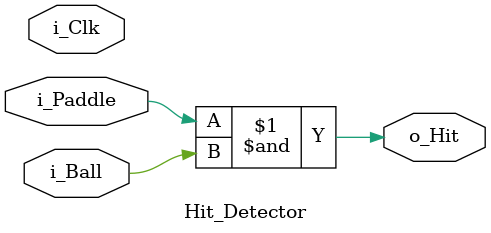
<source format=v>
/*
------------------------------------------------------------------
  Signals if the paddle hits the ball.
------------------------------------------------------------------
*/

module Hit_Detector(
  input  i_Clk,
  input  i_Ball,
  input  i_Paddle,
  output o_Hit);

  assign o_Hit = i_Paddle & i_Ball;

endmodule

</source>
